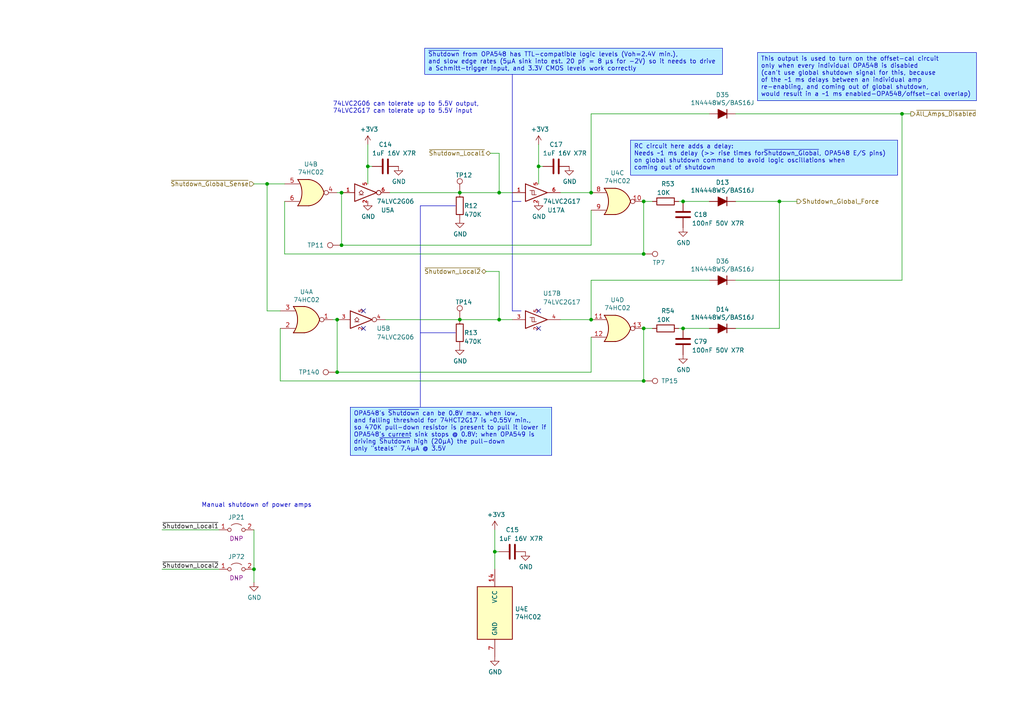
<source format=kicad_sch>
(kicad_sch (version 20231120) (generator "eeschema") (generator_version "8.0")
  (paper "A4")
  (title_block (date "2023-05-04") (rev "D4"))
  (lib_symbols
    (symbol "74xx:74HC02" (pin_names (offset 1.016))
      (property "Reference" "U" (at 0 1.27 0))
      (property "Value" "74HC02" (at 0 -1.27 0))
      (symbol "74HC02_1_1"
        (arc (start -3.81 -3.81) (mid -2.589 0) (end -3.81 3.81) (stroke (width 0.254)))
        (arc (start -0.6096 -3.81) (mid 2.1842 -2.5851) (end 3.81 0) (stroke (width 0.254)) (fill (type background)))
        (polyline (pts (xy -3.81 -3.81) (xy -0.635 -3.81)) (stroke (width 0.254)) (fill (type background)))
        (polyline (pts (xy -3.81 3.81) (xy -0.635 3.81)) (stroke (width 0.254)) (fill (type background)))
        (polyline (pts (xy -0.635 3.81) (xy -3.81 3.81) (xy -3.81 3.81) (xy -3.556 3.4036) (xy -3.0226 2.2606) (xy -2.6924 1.0414) (xy -2.6162 -0.254) (xy -2.7686 -1.4986) (xy -3.175 -2.7178) (xy -3.81 -3.81) (xy -3.81 -3.81) (xy -0.635 -3.81)) (stroke (width -25.4)) (fill (type background)))
        (arc (start 3.81 0) (mid 2.1915 2.5936) (end -0.6096 3.81) (stroke (width 0.254)) (fill (type background)))
        (pin output inverted (at 7.62 0 180) (length 3.81) (name "~") (number "1"))
        (pin input line (at -7.62 2.54 0) (length 4.318) (name "~") (number "2"))
        (pin input line (at -7.62 -2.54 0) (length 4.318) (name "~") (number "3"))
      )
      (symbol "74HC02_1_2"
        (arc (start 0 -3.81) (mid 3.7934 0) (end 0 3.81) (stroke (width 0.254)) (fill (type background)))
        (polyline (pts (xy 0 3.81) (xy -3.81 3.81) (xy -3.81 -3.81) (xy 0 -3.81)) (stroke (width 0.254)) (fill (type background)))
        (pin output line (at 7.62 0 180) (length 3.81) (name "~") (number "1"))
        (pin input inverted (at -7.62 2.54 0) (length 3.81) (name "~") (number "2"))
        (pin input inverted (at -7.62 -2.54 0) (length 3.81) (name "~") (number "3"))
      )
      (symbol "74HC02_2_1"
        (arc (start -3.81 -3.81) (mid -2.589 0) (end -3.81 3.81) (stroke (width 0.254)))
        (arc (start -0.6096 -3.81) (mid 2.1842 -2.5851) (end 3.81 0) (stroke (width 0.254)) (fill (type background)))
        (polyline (pts (xy -3.81 -3.81) (xy -0.635 -3.81)) (stroke (width 0.254)) (fill (type background)))
        (polyline (pts (xy -3.81 3.81) (xy -0.635 3.81)) (stroke (width 0.254)) (fill (type background)))
        (polyline (pts (xy -0.635 3.81) (xy -3.81 3.81) (xy -3.81 3.81) (xy -3.556 3.4036) (xy -3.0226 2.2606) (xy -2.6924 1.0414) (xy -2.6162 -0.254) (xy -2.7686 -1.4986) (xy -3.175 -2.7178) (xy -3.81 -3.81) (xy -3.81 -3.81) (xy -0.635 -3.81)) (stroke (width -25.4)) (fill (type background)))
        (arc (start 3.81 0) (mid 2.1915 2.5936) (end -0.6096 3.81) (stroke (width 0.254)) (fill (type background)))
        (pin output inverted (at 7.62 0 180) (length 3.81) (name "~") (number "4"))
        (pin input line (at -7.62 2.54 0) (length 4.318) (name "~") (number "5"))
        (pin input line (at -7.62 -2.54 0) (length 4.318) (name "~") (number "6"))
      )
      (symbol "74HC02_2_2"
        (arc (start 0 -3.81) (mid 3.7934 0) (end 0 3.81) (stroke (width 0.254)) (fill (type background)))
        (polyline (pts (xy 0 3.81) (xy -3.81 3.81) (xy -3.81 -3.81) (xy 0 -3.81)) (stroke (width 0.254)) (fill (type background)))
        (pin output line (at 7.62 0 180) (length 3.81) (name "~") (number "4"))
        (pin input inverted (at -7.62 2.54 0) (length 3.81) (name "~") (number "5"))
        (pin input inverted (at -7.62 -2.54 0) (length 3.81) (name "~") (number "6"))
      )
      (symbol "74HC02_3_1"
        (arc (start -3.81 -3.81) (mid -2.589 0) (end -3.81 3.81) (stroke (width 0.254)))
        (arc (start -0.6096 -3.81) (mid 2.1842 -2.5851) (end 3.81 0) (stroke (width 0.254)) (fill (type background)))
        (polyline (pts (xy -3.81 -3.81) (xy -0.635 -3.81)) (stroke (width 0.254)) (fill (type background)))
        (polyline (pts (xy -3.81 3.81) (xy -0.635 3.81)) (stroke (width 0.254)) (fill (type background)))
        (polyline (pts (xy -0.635 3.81) (xy -3.81 3.81) (xy -3.81 3.81) (xy -3.556 3.4036) (xy -3.0226 2.2606) (xy -2.6924 1.0414) (xy -2.6162 -0.254) (xy -2.7686 -1.4986) (xy -3.175 -2.7178) (xy -3.81 -3.81) (xy -3.81 -3.81) (xy -0.635 -3.81)) (stroke (width -25.4)) (fill (type background)))
        (arc (start 3.81 0) (mid 2.1915 2.5936) (end -0.6096 3.81) (stroke (width 0.254)) (fill (type background)))
        (pin output inverted (at 7.62 0 180) (length 3.81) (name "~") (number "10"))
        (pin input line (at -7.62 2.54 0) (length 4.318) (name "~") (number "8"))
        (pin input line (at -7.62 -2.54 0) (length 4.318) (name "~") (number "9"))
      )
      (symbol "74HC02_3_2"
        (arc (start 0 -3.81) (mid 3.7934 0) (end 0 3.81) (stroke (width 0.254)) (fill (type background)))
        (polyline (pts (xy 0 3.81) (xy -3.81 3.81) (xy -3.81 -3.81) (xy 0 -3.81)) (stroke (width 0.254)) (fill (type background)))
        (pin output line (at 7.62 0 180) (length 3.81) (name "~") (number "10"))
        (pin input inverted (at -7.62 2.54 0) (length 3.81) (name "~") (number "8"))
        (pin input inverted (at -7.62 -2.54 0) (length 3.81) (name "~") (number "9"))
      )
      (symbol "74HC02_4_1"
        (arc (start -3.81 -3.81) (mid -2.589 0) (end -3.81 3.81) (stroke (width 0.254)))
        (arc (start -0.6096 -3.81) (mid 2.1842 -2.5851) (end 3.81 0) (stroke (width 0.254)) (fill (type background)))
        (polyline (pts (xy -3.81 -3.81) (xy -0.635 -3.81)) (stroke (width 0.254)) (fill (type background)))
        (polyline (pts (xy -3.81 3.81) (xy -0.635 3.81)) (stroke (width 0.254)) (fill (type background)))
        (polyline (pts (xy -0.635 3.81) (xy -3.81 3.81) (xy -3.81 3.81) (xy -3.556 3.4036) (xy -3.0226 2.2606) (xy -2.6924 1.0414) (xy -2.6162 -0.254) (xy -2.7686 -1.4986) (xy -3.175 -2.7178) (xy -3.81 -3.81) (xy -3.81 -3.81) (xy -0.635 -3.81)) (stroke (width -25.4)) (fill (type background)))
        (arc (start 3.81 0) (mid 2.1915 2.5936) (end -0.6096 3.81) (stroke (width 0.254)) (fill (type background)))
        (pin input line (at -7.62 2.54 0) (length 4.318) (name "~") (number "11"))
        (pin input line (at -7.62 -2.54 0) (length 4.318) (name "~") (number "12"))
        (pin output inverted (at 7.62 0 180) (length 3.81) (name "~") (number "13"))
      )
      (symbol "74HC02_4_2"
        (arc (start 0 -3.81) (mid 3.7934 0) (end 0 3.81) (stroke (width 0.254)) (fill (type background)))
        (polyline (pts (xy 0 3.81) (xy -3.81 3.81) (xy -3.81 -3.81) (xy 0 -3.81)) (stroke (width 0.254)) (fill (type background)))
        (pin input inverted (at -7.62 2.54 0) (length 3.81) (name "~") (number "11"))
        (pin input inverted (at -7.62 -2.54 0) (length 3.81) (name "~") (number "12"))
        (pin output line (at 7.62 0 180) (length 3.81) (name "~") (number "13"))
      )
      (symbol "74HC02_5_0"
        (pin power_in line (at 0 12.7 270) (length 5.08) (name "VCC") (number "14"))
        (pin power_in line (at 0 -12.7 90) (length 5.08) (name "GND") (number "7"))
      )
      (symbol "74HC02_5_1"
        (rectangle (start -5.08 7.62) (end 5.08 -7.62) (stroke (width 0.254)) (fill (type background)))
      )
    )
    (symbol "Connector:TestPoint" (pin_numbers hide) (pin_names (offset 0.762) hide)
      (property "Reference" "TP" (at 0 6.858 0))
      (property "Value" "TestPoint" (at 0 5.08 0))
      (symbol "TestPoint_0_1"
        (circle (center 0 3.302) (radius 0.762))
      )
      (symbol "TestPoint_1_1"
        (pin passive line (at 0 0 90) (length 2.54) (name "1") (number "1"))
      )
    )
    (symbol "Device:C" (pin_numbers hide) (pin_names (offset 0.254))
      (property "Reference" "C" (at 0.635 2.54 0))
      (property "Value" "C" (at 0.635 -2.54 0))
      (symbol "C_0_1"
        (polyline (pts (xy -2.032 -0.762) (xy 2.032 -0.762)) (stroke (width 0.508)))
        (polyline (pts (xy -2.032 0.762) (xy 2.032 0.762)) (stroke (width 0.508)))
      )
      (symbol "C_1_1"
        (pin passive line (at 0 3.81 270) (length 2.794) (name "~") (number "1"))
        (pin passive line (at 0 -3.81 90) (length 2.794) (name "~") (number "2"))
      )
    )
    (symbol "Device:R" (pin_numbers hide) (pin_names (offset 0))
      (property "Reference" "R" (at 2.032 0 90))
      (property "Value" "R" (at 0 0 90))
      (symbol "R_0_1"
        (rectangle (start -1.016 -2.54) (end 1.016 2.54) (stroke (width 0.254)))
      )
      (symbol "R_1_1"
        (pin passive line (at 0 3.81 270) (length 1.27) (name "~") (number "1"))
        (pin passive line (at 0 -3.81 90) (length 1.27) (name "~") (number "2"))
      )
    )
    (symbol "Jumper:Jumper_2_Open" (pin_names (offset 0) hide)
      (property "Reference" "JP" (at 0 2.794 0))
      (property "Value" "Jumper_2_Open" (at 0 -2.286 0))
      (symbol "Jumper_2_Open_0_0"
        (circle (center -2.032 0) (radius 0.508))
        (circle (center 2.032 0) (radius 0.508))
      )
      (symbol "Jumper_2_Open_0_1"
        (arc (start 1.524 1.27) (mid 0 1.778) (end -1.524 1.27))
      )
      (symbol "Jumper_2_Open_1_1"
        (pin passive line (at -5.08 0 0) (length 2.54) (name "A") (number "1"))
        (pin passive line (at 5.08 0 180) (length 2.54) (name "B") (number "2"))
      )
    )
    (symbol "amp-ctrl-rescue:+3.3V-power" (power) (pin_names (offset 0))
      (property "Value" "+3.3V-power" (at 0 3.556 0))
      (symbol "+3.3V-power_0_1"
        (polyline (pts (xy -0.762 1.27) (xy 0 2.54)))
        (polyline (pts (xy 0 0) (xy 0 2.54)))
        (polyline (pts (xy 0 2.54) (xy 0.762 1.27)))
      )
      (symbol "+3.3V-power_1_1"
        (pin power_in line (at 0 0 90) (length 0) hide (name "+3V3") (number "1"))
      )
    )
    (symbol "amp-ctrl-rescue:74LVC2G06-Martinos" (pin_names (offset 1.016) hide)
      (property "Reference" "U" (at -2.54 3.81 0))
      (property "Value" "74LVC2G06-Martinos" (at 0 -3.81 0))
      (symbol "74LVC2G06-Martinos_0_1"
        (polyline (pts (xy -2.54 -0.635) (xy -1.27 -0.635)))
        (polyline (pts (xy -3.81 2.54) (xy -3.81 -2.54) (xy 2.54 0) (xy -3.81 2.54)) (stroke (width 0.254)))
        (polyline (pts (xy -1.905 0.635) (xy -2.54 0) (xy -1.905 -0.635) (xy -1.27 0) (xy -1.905 0.635)))
        (pin power_in line (at 0 -2.54 270) (length 0) (name "GND") (number "2"))
        (pin power_in line (at 0 2.54 90) (length 0) (name "VCC") (number "5"))
      )
      (symbol "74LVC2G06-Martinos_1_1"
        (pin input line (at -7.62 0 0) (length 3.81) (name "~") (number "1"))
        (pin open_collector inverted (at 6.35 0 180) (length 3.81) (name "~") (number "6"))
      )
      (symbol "74LVC2G06-Martinos_2_1"
        (pin input line (at -7.62 0 0) (length 3.81) (name "~") (number "3"))
        (pin open_collector inverted (at 6.35 0 180) (length 3.81) (name "~") (number "4"))
      )
    )
    (symbol "amp-ctrl-rescue:74LVC2G17-Martinos" (pin_names (offset 1.016) hide)
      (property "Reference" "U" (at -2.54 3.81 0))
      (property "Value" "74LVC2G17-Martinos" (at 0 -3.81 0))
      (symbol "74LVC2G17-Martinos_0_1"
        (polyline (pts (xy -1.905 0.635) (xy -1.27 0.635) (xy -1.27 -0.635)))
        (polyline (pts (xy -3.81 2.54) (xy -3.81 -2.54) (xy 2.54 0) (xy -3.81 2.54)) (stroke (width 0.254)))
        (polyline (pts (xy -2.54 0.635) (xy -1.905 0.635) (xy -1.905 -0.635) (xy -0.635 -0.635)))
        (pin power_in line (at 0 -2.54 270) (length 0) (name "GND") (number "2"))
        (pin power_in line (at 0 2.54 90) (length 0) (name "VCC") (number "5"))
      )
      (symbol "74LVC2G17-Martinos_1_1"
        (pin input line (at -7.62 0 0) (length 3.81) (name "~") (number "1"))
        (pin output line (at 6.35 0 180) (length 3.81) (name "~") (number "6"))
      )
      (symbol "74LVC2G17-Martinos_2_1"
        (pin input line (at -7.62 0 0) (length 3.81) (name "~") (number "3"))
        (pin output line (at 6.35 0 180) (length 3.81) (name "~") (number "4"))
      )
    )
    (symbol "amp-ctrl-rescue:D_ALT-Device" (pin_numbers hide) (pin_names (offset 1.016) hide)
      (property "Reference" "D" (at 0 2.54 0))
      (property "Value" "D_ALT-Device" (at 0 -2.54 0))
      (symbol "D_ALT-Device_0_1"
        (polyline (pts (xy -1.27 1.27) (xy -1.27 -1.27)) (stroke (width 0.254)))
        (polyline (pts (xy 1.27 0) (xy -1.27 0)))
        (polyline (pts (xy 1.27 1.27) (xy 1.27 -1.27) (xy -1.27 0) (xy 1.27 1.27)) (stroke (width 0.254)) (fill (type outline)))
      )
      (symbol "D_ALT-Device_1_1"
        (pin passive line (at -3.81 0 0) (length 2.54) (name "K") (number "1"))
        (pin passive line (at 3.81 0 180) (length 2.54) (name "A") (number "2"))
      )
    )
    (symbol "power:GND" (power) (pin_names (offset 0))
      (property "Value" "GND" (at 0 -3.81 0))
      (symbol "GND_0_1"
        (polyline (pts (xy 0 0) (xy 0 -1.27) (xy 1.27 -1.27) (xy 0 -2.54) (xy -1.27 -1.27) (xy 0 -1.27)))
      )
      (symbol "GND_1_1"
        (pin power_in line (at 0 0 270) (length 0) hide (name "GND") (number "1"))
      )
    )
  )
  (junction (at 186.69 95.25))
  (junction (at 186.69 110.49))
  (junction (at 198.12 58.42))
  (junction (at 226.06 58.42))
  (junction (at 171.45 92.71))
  (junction (at 99.06 55.88))
  (junction (at 156.21 48.26))
  (junction (at 77.47 53.34))
  (junction (at 99.06 71.12))
  (junction (at 186.69 73.66))
  (junction (at 106.68 48.26))
  (junction (at 143.51 160.02))
  (junction (at 144.78 55.88))
  (junction (at 73.66 165.1))
  (junction (at 133.35 92.71))
  (junction (at 133.35 55.88))
  (junction (at 97.79 92.71))
  (junction (at 171.45 55.88))
  (junction (at 198.12 95.25))
  (junction (at 261.62 33.02))
  (junction (at 186.69 58.42))
  (junction (at 144.78 92.71))
  (junction (at 97.79 107.95))
  (no_connect (at 156.21 95.25))
  (no_connect (at 156.21 90.17))
  (no_connect (at 105.41 90.17))
  (no_connect (at 105.41 95.25))
  (wire (pts (xy 226.06 58.42) (xy 213.36 58.42)))
  (wire (pts (xy 144.78 78.74) (xy 144.78 92.71)))
  (wire (pts (xy 261.62 33.02) (xy 213.36 33.02)))
  (polyline (pts (xy 121.92 96.52) (xy 132.08 96.52)))
  (wire (pts (xy 97.79 92.71) (xy 97.79 107.95)))
  (wire (pts (xy 96.52 92.71) (xy 97.79 92.71)))
  (wire (pts (xy 143.51 160.02) (xy 143.51 165.1)))
  (wire (pts (xy 226.06 95.25) (xy 226.06 58.42)))
  (wire (pts (xy 73.66 165.1) (xy 73.66 153.67)))
  (wire (pts (xy 73.66 168.91) (xy 73.66 165.1)))
  (wire (pts (xy 205.74 58.42) (xy 198.12 58.42)))
  (wire (pts (xy 99.06 71.12) (xy 171.45 71.12)))
  (wire (pts (xy 226.06 58.42) (xy 231.14 58.42)))
  (wire (pts (xy 144.78 44.45) (xy 144.78 55.88)))
  (wire (pts (xy 99.06 55.88) (xy 99.06 71.12)))
  (wire (pts (xy 73.66 53.34) (xy 77.47 53.34)))
  (wire (pts (xy 157.48 48.26) (xy 156.21 48.26)))
  (polyline (pts (xy 121.92 59.69) (xy 132.08 59.69)))
  (wire (pts (xy 106.68 48.26) (xy 106.68 53.34)))
  (wire (pts (xy 77.47 90.17) (xy 77.47 53.34)))
  (wire (pts (xy 171.45 92.71) (xy 162.56 92.71)))
  (wire (pts (xy 133.35 55.88) (xy 113.03 55.88)))
  (wire (pts (xy 213.36 95.25) (xy 226.06 95.25)))
  (wire (pts (xy 171.45 81.28) (xy 171.45 92.71)))
  (wire (pts (xy 143.51 153.67) (xy 143.51 160.02)))
  (wire (pts (xy 171.45 107.95) (xy 171.45 97.79)))
  (wire (pts (xy 186.69 73.66) (xy 82.55 73.66)))
  (wire (pts (xy 63.5 153.67) (xy 46.99 153.67)))
  (wire (pts (xy 144.78 92.71) (xy 148.59 92.71)))
  (wire (pts (xy 142.24 44.45) (xy 144.78 44.45)))
  (wire (pts (xy 77.47 53.34) (xy 82.55 53.34)))
  (wire (pts (xy 186.69 58.42) (xy 189.23 58.42)))
  (wire (pts (xy 205.74 81.28) (xy 171.45 81.28)))
  (wire (pts (xy 213.36 81.28) (xy 261.62 81.28)))
  (wire (pts (xy 196.85 58.42) (xy 198.12 58.42)))
  (wire (pts (xy 63.5 165.1) (xy 46.99 165.1)))
  (wire (pts (xy 107.95 48.26) (xy 106.68 48.26)))
  (wire (pts (xy 196.85 95.25) (xy 198.12 95.25)))
  (wire (pts (xy 171.45 71.12) (xy 171.45 60.96)))
  (wire (pts (xy 81.28 110.49) (xy 81.28 95.25)))
  (wire (pts (xy 144.78 160.02) (xy 143.51 160.02)))
  (wire (pts (xy 97.79 55.88) (xy 99.06 55.88)))
  (wire (pts (xy 171.45 33.02) (xy 171.45 55.88)))
  (polyline (pts (xy 148.59 90.17) (xy 151.13 90.17)))
  (wire (pts (xy 156.21 48.26) (xy 156.21 53.34)))
  (wire (pts (xy 186.69 110.49) (xy 81.28 110.49)))
  (wire (pts (xy 148.59 55.88) (xy 144.78 55.88)))
  (wire (pts (xy 111.76 92.71) (xy 133.35 92.71)))
  (wire (pts (xy 205.74 95.25) (xy 198.12 95.25)))
  (polyline (pts (xy 121.92 59.69) (xy 121.92 118.11)))
  (wire (pts (xy 82.55 73.66) (xy 82.55 58.42)))
  (wire (pts (xy 156.21 41.91) (xy 156.21 48.26)))
  (wire (pts (xy 186.69 95.25) (xy 186.69 110.49)))
  (wire (pts (xy 81.28 90.17) (xy 77.47 90.17)))
  (wire (pts (xy 264.16 33.02) (xy 261.62 33.02)))
  (wire (pts (xy 140.97 78.74) (xy 144.78 78.74)))
  (wire (pts (xy 106.68 41.91) (xy 106.68 48.26)))
  (wire (pts (xy 205.74 33.02) (xy 171.45 33.02)))
  (wire (pts (xy 144.78 55.88) (xy 133.35 55.88)))
  (polyline (pts (xy 148.59 58.42) (xy 151.13 58.42)))
  (wire (pts (xy 186.69 58.42) (xy 186.69 73.66)))
  (wire (pts (xy 189.23 95.25) (xy 186.69 95.25)))
  (wire (pts (xy 162.56 55.88) (xy 171.45 55.88)))
  (wire (pts (xy 97.79 107.95) (xy 171.45 107.95)))
  (wire (pts (xy 133.35 92.71) (xy 144.78 92.71)))
  (polyline (pts (xy 148.59 21.59) (xy 148.59 90.17)))
  (wire (pts (xy 261.62 81.28) (xy 261.62 33.02)))
  (text_box "OPA548's ~{Shutdown} can be 0.8V max. when low,\nand falling threshold for 74HCT2G17 is ~0.55V min.,\nso 470K pull-down resistor is present to pull it lower if\nOPA548's current sink stops @ 0.8V; when OPA549 is\ndriving ~{Shutdown} high (20µA) the pull-down\nonly \"steals\" 7.4µA @ 3.5V" (at 101.6 118.11 0) (size 58.42 13.97) (fill (type color) (color 187 238 255 1)) (effects (font (size 1.27 1.27)) (justify left top)))
  (text_box "RC circuit here adds a delay:\nNeeds ~1 ms delay (>> rise times for~{Shutdown_Global}, OPA548 E/S pins)\non global shutdown command to avoid logic oscillations when\ncoming out of shutdown" (at 182.88 40.64 0) (size 77.47 10.16) (fill (type color) (color 187 238 255 1)) (effects (font (size 1.27 1.27)) (justify left top)))
  (text_box "~{Shutdown} from OPA548 has TTL-compatible logic levels (Voh=2.4V min.),\nand slow edge rates (5µA sink into est. 20 pF = 8 µs for -2V) so it needs to drive\na Schmitt-trigger input, and 3.3V CMOS levels work correctly" (at 123.19 13.97 0) (size 86.36 7.62) (fill (type color) (color 187 238 255 1)) (effects (font (size 1.27 1.27)) (justify left top)))
  (text_box "This output is used to turn on the offset-cal circuit\nonly when every individual OPA548 is disabled\n(can't use global shutdown signal for this, because\nof the ~1 ms delays between an individual amp\nre-enabling, and coming out of global shutdown,\nwould result in a ~1 ms enabled-OPA548/offset-cal overlap)" (at 219.71 15.24 0) (size 63.5 13.97) (fill (type color) (color 187 238 255 1)) (effects (font (size 1.27 1.27)) (justify left top)))
  (text "74LVC2G06 can tolerate up to 5.5V output,\n74LVC2G17 can tolerate up to 5.5V input" (at 96.52 33.02 0) (effects (font (size 1.27 1.27)) (justify left bottom)))
  (text "Manual shutdown of power amps" (at 58.42 147.32 0) (effects (font (size 1.27 1.27)) (justify left bottom)))
  (label "~{Shutdown_Local2}" (at 46.99 165.1 0))
  (label "~{Shutdown_Local1}" (at 46.99 153.67 0))
  (hierarchical_label "~{Shutdown_Local2}" (shape bidirectional) (at 140.97 78.74 180))
  (hierarchical_label "~{All_Amps_Disabled}" (shape output) (at 264.16 33.02 0))
  (hierarchical_label "~{Shutdown_Local1}" (shape bidirectional) (at 142.24 44.45 180))
  (hierarchical_label "Shutdown_Global_Force" (shape output) (at 231.14 58.42 0))
  (hierarchical_label "~{Shutdown_Global_Sense}" (shape input) (at 73.66 53.34 180))
  (symbol (lib_id "power:GND") (at 152.4 160.02 0) (unit 1)
    (property "Reference" "#PWR09" (effects (hide yes)))
    (property "Value" "GND" (at 152.527 164.4142 0))
    (instances (project "amp ctrl" (path "" (reference "#PWR09") (unit 1)) (path "" (reference "#PWR023") (unit 1)) (path "" (reference "#PWR037") (unit 1)) (path "" (reference "#PWR051") (unit 1)) (path "" (reference "#PWR065") (unit 1)) (path "" (reference "#PWR079") (unit 1)) (path "" (reference "#PWR093") (unit 1)) (path "" (reference "#PWR0149") (unit 1))))
  )
  (symbol (lib_id "power:GND") (at 115.57 48.26 0) (unit 1)
    (property "Reference" "#PWR04" (effects (hide yes)))
    (property "Value" "GND" (at 115.697 52.6542 0))
    (instances (project "amp ctrl" (path "" (reference "#PWR04") (unit 1)) (path "" (reference "#PWR018") (unit 1)) (path "" (reference "#PWR032") (unit 1)) (path "" (reference "#PWR046") (unit 1)) (path "" (reference "#PWR060") (unit 1)) (path "" (reference "#PWR074") (unit 1)) (path "" (reference "#PWR088") (unit 1)) (path "" (reference "#PWR0134") (unit 1))))
  )
  (symbol (lib_id "power:GND") (at 106.68 58.42 0) (unit 1)
    (property "Reference" "#PWR03" (effects (hide yes)))
    (property "Value" "GND" (at 106.807 62.8142 0))
    (instances (project "amp ctrl" (path "" (reference "#PWR03") (unit 1)) (path "" (reference "#PWR017") (unit 1)) (path "" (reference "#PWR031") (unit 1)) (path "" (reference "#PWR045") (unit 1)) (path "" (reference "#PWR059") (unit 1)) (path "" (reference "#PWR073") (unit 1)) (path "" (reference "#PWR087") (unit 1)) (path "" (reference "#PWR0127") (unit 1))))
  )
  (symbol (lib_id "Connector:TestPoint") (at 133.35 55.88 0) (unit 1)
    (property "Reference" "TP12" (at 132.08 50.8 0) (effects (justify left)))
    (property "Value" "TestPoint" (effects (hide yes)))
    (property "Footprint" "TestPoint:TestPoint_Pad_D1.5mm" (effects (hide yes)))
    (instances (project "amp ctrl" (path "" (reference "TP12") (unit 1)) (path "" (reference "TP36") (unit 1)) (path "" (reference "TP64") (unit 1)) (path "" (reference "TP78") (unit 1)) (path "" (reference "TP92") (unit 1)) (path "" (reference "TP106") (unit 1)) (path "" (reference "TP120") (unit 1)) (path "" (reference "TP134") (unit 1))))
  )
  (symbol (lib_id "Connector:TestPoint") (at 186.69 73.66 270) (unit 1)
    (property "Reference" "TP7" (at 189.23 76.2 90) (effects (justify left)))
    (property "Value" "TestPoint" (effects (hide yes)))
    (property "Footprint" "TestPoint:TestPoint_Pad_D1.5mm" (effects (hide yes)))
    (instances (project "amp ctrl" (path "" (reference "TP7") (unit 1)) (path "" (reference "TP34") (unit 1)) (path "" (reference "TP39") (unit 1)) (path "" (reference "TP70") (unit 1)) (path "" (reference "TP84") (unit 1)) (path "" (reference "TP98") (unit 1)) (path "" (reference "TP112") (unit 1)) (path "" (reference "TP126") (unit 1))))
  )
  (symbol (lib_id "Connector:TestPoint") (at 99.06 71.12 90) (unit 1)
    (property "Reference" "TP11" (at 93.98 71.12 90) (effects (justify left)))
    (property "Value" "TestPoint" (effects (hide yes)))
    (property "Footprint" "TestPoint:TestPoint_Pad_D1.5mm" (effects (hide yes)))
    (instances (project "amp ctrl" (path "" (reference "TP11") (unit 1)) (path "" (reference "TP35") (unit 1)) (path "" (reference "TP40") (unit 1)) (path "" (reference "TP71") (unit 1)) (path "" (reference "TP85") (unit 1)) (path "" (reference "TP99") (unit 1)) (path "" (reference "TP113") (unit 1)) (path "" (reference "TP127") (unit 1))))
  )
  (symbol (lib_id "Connector:TestPoint") (at 186.69 110.49 270) (unit 1)
    (property "Reference" "TP15" (at 191.77 110.49 90) (effects (justify left)))
    (property "Value" "TestPoint" (effects (hide yes)))
    (property "Footprint" "TestPoint:TestPoint_Pad_D1.5mm" (effects (hide yes)))
    (instances (project "amp ctrl" (path "" (reference "TP15") (unit 1)) (path "" (reference "TP38") (unit 1)) (path "" (reference "TP69") (unit 1)) (path "" (reference "TP83") (unit 1)) (path "" (reference "TP97") (unit 1)) (path "" (reference "TP111") (unit 1)) (path "" (reference "TP125") (unit 1)) (path "" (reference "TP139") (unit 1))))
  )
  (symbol (lib_id "Device:R") (at 133.35 96.52 180) (unit 1)
    (property "Reference" "R13" (at 134.62 96.52 0) (effects (justify right)))
    (property "Value" "470K" (at 134.62 99.06 0) (effects (justify right)))
    (property "Footprint" "Resistor_SMD:R_0805_2012Metric" (effects (hide yes)))
    (property "Type" "SMT" (effects (hide yes)))
    (property "Manufacturer" "KOA Speer" (effects (hide yes)))
    (property "Part Number" "RK73H2ATTD4703F" (effects (hide yes)))
    (instances (project "amp ctrl" (path "" (reference "R13") (unit 1)) (path "" (reference "R57") (unit 1)) (path "" (reference "R75") (unit 1)) (path "" (reference "R103") (unit 1)) (path "" (reference "R131") (unit 1)) (path "" (reference "R159") (unit 1)) (path "" (reference "R262") (unit 1)) (path "" (reference "R266") (unit 1))))
  )
  (symbol (lib_id "Device:C") (at 148.59 160.02 270) (mirror x) (unit 1)
    (property "Reference" "C15" (at 148.59 153.67 90))
    (property "Value" "1uF 16V X7R" (at 151.13 156.21 90))
    (property "Footprint" "Capacitor_SMD:C_0603_1608Metric" (effects (hide yes)))
    (property "Manufacturer" "Kemet" (effects (hide yes)))
    (property "Part Number" "C0603C105K4RACTU" (effects (hide yes)))
    (property "Type" "SMT" (effects (hide yes)))
    (instances (project "amp ctrl" (path "" (reference "C15") (unit 1)) (path "" (reference "C82") (unit 1)) (path "" (reference "C100") (unit 1)) (path "" (reference "C130") (unit 1)) (path "" (reference "C148") (unit 1)) (path "" (reference "C167") (unit 1)) (path "" (reference "C185") (unit 1)) (path "" (reference "C249") (unit 1))))
  )
  (symbol (lib_id "Device:C") (at 111.76 48.26 270) (mirror x) (unit 1)
    (property "Reference" "C14" (at 111.76 41.91 90))
    (property "Value" "1uF 16V X7R" (at 114.3 44.45 90))
    (property "Footprint" "Capacitor_SMD:C_0603_1608Metric" (effects (hide yes)))
    (property "Manufacturer" "Kemet" (effects (hide yes)))
    (property "Part Number" "C0603C105K4RACTU" (effects (hide yes)))
    (property "Type" "SMT" (effects (hide yes)))
    (instances (project "amp ctrl" (path "" (reference "C14") (unit 1)) (path "" (reference "C80") (unit 1)) (path "" (reference "C99") (unit 1)) (path "" (reference "C117") (unit 1)) (path "" (reference "C147") (unit 1)) (path "" (reference "C165") (unit 1)) (path "" (reference "C184") (unit 1)) (path "" (reference "C248") (unit 1))))
  )
  (symbol (lib_id "power:GND") (at 133.35 100.33 0) (unit 1)
    (property "Reference" "#PWR06" (effects (hide yes)))
    (property "Value" "GND" (at 133.477 104.7242 0))
    (instances (project "amp ctrl" (path "" (reference "#PWR06") (unit 1)) (path "" (reference "#PWR020") (unit 1)) (path "" (reference "#PWR034") (unit 1)) (path "" (reference "#PWR048") (unit 1)) (path "" (reference "#PWR062") (unit 1)) (path "" (reference "#PWR076") (unit 1)) (path "" (reference "#PWR090") (unit 1)) (path "" (reference "#PWR0146") (unit 1))))
  )
  (symbol (lib_id "amp-ctrl-rescue:74LVC2G06-Martinos") (at 105.41 92.71 0) (unit 2)
    (property "Reference" "U5" (at 109.22 95.25 0) (effects (justify left)))
    (property "Value" "74LVC2G06" (at 109.22 97.79 0) (effects (justify left)))
    (property "Footprint" "Martinos_std:SOT-23-6" (effects (hide yes)))
    (property "Manufacturer" "Nexperia" (effects (hide yes)))
    (property "Part Number" "74LVC2G06GV,125" (effects (hide yes)))
    (property "Type" "SMT" (effects (hide yes)))
    (property "Manufacturer Alt." "Texas Instruments, Diodes Inc." (effects (hide yes)))
    (property "Part Number Alt." "SN74LVC2G06DBVR / SN74LVC2G06DBVT, 74LVC2G06W6-7" (effects (hide yes)))
    (instances (project "amp ctrl" (path "" (reference "U5") (unit 2)) (path "" (reference "U16") (unit 2)) (path "" (reference "U41") (unit 2)) (path "" (reference "U36") (unit 2)) (path "" (reference "U74") (unit 2)) (path "" (reference "U27") (unit 2)) (path "" (reference "U82") (unit 2)) (path "" (reference "U32") (unit 2))))
  )
  (symbol (lib_id "amp-ctrl-rescue:74LVC2G17-Martinos") (at 156.21 92.71 0) (unit 2)
    (property "Reference" "U17" (at 157.48 85.09 0) (effects (justify left)))
    (property "Value" "74LVC2G17" (at 157.48 87.63 0) (effects (justify left)))
    (property "Footprint" "Martinos_std:SOT-23-6" (effects (hide yes)))
    (property "Manufacturer" "Nexperia" (effects (hide yes)))
    (property "Part Number" "74LVC2G17GV,125" (effects (hide yes)))
    (property "Type" "SMT" (effects (hide yes)))
    (property "Manufacturer Alt." "Texas Instruments, Diodes Inc." (effects (hide yes)))
    (property "Part Number Alt." "SN74LVC2G17DBVR / SN74LVC2G17DBVT, 74LVC2G17W6-7" (effects (hide yes)))
    (instances (project "amp ctrl" (path "" (reference "U17") (unit 2)) (path "" (reference "U26") (unit 2)) (path "" (reference "U37") (unit 2)) (path "" (reference "U46") (unit 2)) (path "" (reference "U75") (unit 2)) (path "" (reference "U78") (unit 2)) (path "" (reference "U83") (unit 2)) (path "" (reference "U86") (unit 2))))
  )
  (symbol (lib_id "power:GND") (at 165.1 48.26 0) (unit 1)
    (property "Reference" "#PWR012" (effects (hide yes)))
    (property "Value" "GND" (at 165.227 52.6542 0))
    (instances (project "amp ctrl" (path "" (reference "#PWR012") (unit 1)) (path "" (reference "#PWR026") (unit 1)) (path "" (reference "#PWR040") (unit 1)) (path "" (reference "#PWR054") (unit 1)) (path "" (reference "#PWR068") (unit 1)) (path "" (reference "#PWR082") (unit 1)) (path "" (reference "#PWR096") (unit 1)) (path "" (reference "#PWR0152") (unit 1))))
  )
  (symbol (lib_id "amp-ctrl-rescue:+3.3V-power") (at 143.51 153.67 0) (unit 1)
    (property "Reference" "#PWR07" (effects (hide yes)))
    (property "Value" "+3V3" (at 143.891 149.2758 0))
    (instances (project "amp ctrl" (path "" (reference "#PWR07") (unit 1)) (path "" (reference "#PWR021") (unit 1)) (path "" (reference "#PWR035") (unit 1)) (path "" (reference "#PWR049") (unit 1)) (path "" (reference "#PWR063") (unit 1)) (path "" (reference "#PWR077") (unit 1)) (path "" (reference "#PWR091") (unit 1)) (path "" (reference "#PWR0147") (unit 1))))
  )
  (symbol (lib_id "amp-ctrl-rescue:+3.3V-power") (at 106.68 41.91 0) (unit 1)
    (property "Reference" "#PWR02" (effects (hide yes)))
    (property "Value" "+3V3" (at 107.061 37.5158 0))
    (instances (project "amp ctrl" (path "" (reference "#PWR02") (unit 1)) (path "" (reference "#PWR016") (unit 1)) (path "" (reference "#PWR030") (unit 1)) (path "" (reference "#PWR044") (unit 1)) (path "" (reference "#PWR058") (unit 1)) (path "" (reference "#PWR072") (unit 1)) (path "" (reference "#PWR086") (unit 1)) (path "" (reference "#PWR0100") (unit 1))))
  )
  (symbol (lib_id "amp-ctrl-rescue:74LVC2G17-Martinos") (at 156.21 55.88 0) (unit 1)
    (property "Reference" "U17" (at 158.75 60.96 0) (effects (justify left)))
    (property "Value" "74LVC2G17" (at 157.48 58.42 0) (effects (justify left)))
    (property "Footprint" "Martinos_std:SOT-23-6" (effects (hide yes)))
    (property "Manufacturer" "Nexperia" (effects (hide yes)))
    (property "Part Number" "74LVC2G17GV,125" (effects (hide yes)))
    (property "Type" "SMT" (effects (hide yes)))
    (property "Manufacturer Alt." "Texas Instruments, Diodes Inc." (effects (hide yes)))
    (property "Part Number Alt." "SN74LVC2G17DBVR / SN74LVC2G17DBVT, 74LVC2G17W6-7" (effects (hide yes)))
    (instances (project "amp ctrl" (path "" (reference "U17") (unit 1)) (path "" (reference "U26") (unit 1)) (path "" (reference "U37") (unit 1)) (path "" (reference "U46") (unit 1)) (path "" (reference "U75") (unit 1)) (path "" (reference "U78") (unit 1)) (path "" (reference "U83") (unit 1)) (path "" (reference "U86") (unit 1))))
  )
  (symbol (lib_id "Device:C") (at 161.29 48.26 270) (mirror x) (unit 1)
    (property "Reference" "C17" (at 161.29 41.91 90))
    (property "Value" "1uF 16V X7R" (at 163.83 44.45 90))
    (property "Footprint" "Capacitor_SMD:C_0603_1608Metric" (effects (hide yes)))
    (property "Manufacturer" "Kemet" (effects (hide yes)))
    (property "Part Number" "C0603C105K4RACTU" (effects (hide yes)))
    (property "Type" "SMT" (effects (hide yes)))
    (instances (project "amp ctrl" (path "" (reference "C17") (unit 1)) (path "" (reference "C83") (unit 1)) (path "" (reference "C113") (unit 1)) (path "" (reference "C131") (unit 1)) (path "" (reference "C150") (unit 1)) (path "" (reference "C168") (unit 1)) (path "" (reference "C245") (unit 1)) (path "" (reference "C250") (unit 1))))
  )
  (symbol (lib_id "power:GND") (at 156.21 58.42 0) (unit 1)
    (property "Reference" "#PWR011" (effects (hide yes)))
    (property "Value" "GND" (at 156.337 62.8142 0))
    (instances (project "amp ctrl" (path "" (reference "#PWR011") (unit 1)) (path "" (reference "#PWR025") (unit 1)) (path "" (reference "#PWR039") (unit 1)) (path "" (reference "#PWR053") (unit 1)) (path "" (reference "#PWR067") (unit 1)) (path "" (reference "#PWR081") (unit 1)) (path "" (reference "#PWR095") (unit 1)) (path "" (reference "#PWR0151") (unit 1))))
  )
  (symbol (lib_id "amp-ctrl-rescue:+3.3V-power") (at 156.21 41.91 0) (unit 1)
    (property "Reference" "#PWR010" (effects (hide yes)))
    (property "Value" "+3V3" (at 156.591 37.5158 0))
    (instances (project "amp ctrl" (path "" (reference "#PWR010") (unit 1)) (path "" (reference "#PWR024") (unit 1)) (path "" (reference "#PWR038") (unit 1)) (path "" (reference "#PWR052") (unit 1)) (path "" (reference "#PWR066") (unit 1)) (path "" (reference "#PWR080") (unit 1)) (path "" (reference "#PWR094") (unit 1)) (path "" (reference "#PWR0150") (unit 1))))
  )
  (symbol (lib_id "Jumper:Jumper_2_Open") (at 68.58 153.67 0) (unit 1)
    (property "Reference" "JP21" (at 68.58 150.0378 0))
    (property "Value" "~" (at 68.58 156.21 0))
    (property "Footprint" "Connector_PinHeader_2.54mm:PinHeader_1x02_P2.54mm_Vertical" (effects (hide yes)))
    (property "DNP" "DNP" (at 68.58 156.21 0))
    (property "Type" "Through-hole" (effects (hide yes)))
    (instances (project "amp ctrl" (path "" (reference "JP21") (unit 1)) (path "" (reference "JP28") (unit 1)) (path "" (reference "JP35") (unit 1)) (path "" (reference "JP42") (unit 1)) (path "" (reference "JP49") (unit 1)) (path "" (reference "JP56") (unit 1)) (path "" (reference "JP63") (unit 1)) (path "" (reference "JP70") (unit 1))))
  )
  (symbol (lib_id "Connector:TestPoint") (at 133.35 92.71 0) (unit 1)
    (property "Reference" "TP14" (at 132.08 87.63 0) (effects (justify left)))
    (property "Value" "TestPoint" (effects (hide yes)))
    (property "Footprint" "TestPoint:TestPoint_Pad_D1.5mm" (effects (hide yes)))
    (instances (project "amp ctrl" (path "" (reference "TP14") (unit 1)) (path "" (reference "TP37") (unit 1)) (path "" (reference "TP68") (unit 1)) (path "" (reference "TP82") (unit 1)) (path "" (reference "TP96") (unit 1)) (path "" (reference "TP110") (unit 1)) (path "" (reference "TP124") (unit 1)) (path "" (reference "TP138") (unit 1))))
  )
  (symbol (lib_id "Device:R") (at 133.35 59.69 180) (unit 1)
    (property "Reference" "R12" (at 134.62 59.69 0) (effects (justify right)))
    (property "Value" "470K" (at 134.62 62.23 0) (effects (justify right)))
    (property "Footprint" "Resistor_SMD:R_0805_2012Metric" (effects (hide yes)))
    (property "Type" "SMT" (effects (hide yes)))
    (property "Manufacturer" "KOA Speer" (effects (hide yes)))
    (property "Part Number" "RK73H2ATTD4703F" (effects (hide yes)))
    (instances (project "amp ctrl" (path "" (reference "R12") (unit 1)) (path "" (reference "R56") (unit 1)) (path "" (reference "R63") (unit 1)) (path "" (reference "R90") (unit 1)) (path "" (reference "R118") (unit 1)) (path "" (reference "R146") (unit 1)) (path "" (reference "R261") (unit 1)) (path "" (reference "R265") (unit 1))))
  )
  (symbol (lib_id "power:GND") (at 133.35 63.5 0) (unit 1)
    (property "Reference" "#PWR05" (effects (hide yes)))
    (property "Value" "GND" (at 133.477 67.8942 0))
    (instances (project "amp ctrl" (path "" (reference "#PWR05") (unit 1)) (path "" (reference "#PWR019") (unit 1)) (path "" (reference "#PWR033") (unit 1)) (path "" (reference "#PWR047") (unit 1)) (path "" (reference "#PWR061") (unit 1)) (path "" (reference "#PWR075") (unit 1)) (path "" (reference "#PWR089") (unit 1)) (path "" (reference "#PWR0145") (unit 1))))
  )
  (symbol (lib_id "74xx:74HC02") (at 88.9 92.71 0) (mirror x) (unit 1)
    (property "Reference" "U4" (at 88.9 84.6582 0))
    (property "Value" "74HC02" (at 88.9 86.9696 0))
    (property "Footprint" "Martinos_std:TSSOP-14_4.4x5mm_P0.65mm" (effects (hide yes)))
    (property "Datasheet" "http://www.ti.com/lit/gpn/sn74hc02" (effects (hide yes)))
    (property "Manufacturer" "Toshiba" (effects (hide yes)))
    (property "Manufacturer Alt." "Nexperia, Texas Instruments" (effects (hide yes)))
    (property "Part Number" "74VHC02FT" (effects (hide yes)))
    (property "Part Number Alt." "74LV02APWJ, SN74LVC02APWR / SN74LVC02APWT" (effects (hide yes)))
    (property "Type" "SMT" (effects (hide yes)))
    (instances (project "amp ctrl" (path "" (reference "U4") (unit 1)) (path "" (reference "U22") (unit 1)) (path "" (reference "U31") (unit 1)) (path "" (reference "U42") (unit 1)) (path "" (reference "U72") (unit 1)) (path "" (reference "U77") (unit 1)) (path "" (reference "U80") (unit 1)) (path "" (reference "U85") (unit 1))))
  )
  (symbol (lib_id "74xx:74HC02") (at 90.17 55.88 0) (unit 2)
    (property "Reference" "U4" (at 90.17 47.625 0))
    (property "Value" "74HC02" (at 90.17 49.9364 0))
    (property "Footprint" "Martinos_std:TSSOP-14_4.4x5mm_P0.65mm" (effects (hide yes)))
    (property "Manufacturer" "Toshiba" (effects (hide yes)))
    (property "Manufacturer Alt." "Nexperia, Texas Instruments" (effects (hide yes)))
    (property "Part Number" "74VHC02FT" (effects (hide yes)))
    (property "Part Number Alt." "74LV02APWJ, SN74LVC02APWR / SN74LVC02APWT" (effects (hide yes)))
    (property "Type" "SMT" (effects (hide yes)))
    (instances (project "amp ctrl" (path "" (reference "U4") (unit 2)) (path "" (reference "U22") (unit 2)) (path "" (reference "U31") (unit 2)) (path "" (reference "U42") (unit 2)) (path "" (reference "U72") (unit 2)) (path "" (reference "U77") (unit 2)) (path "" (reference "U80") (unit 2)) (path "" (reference "U85") (unit 2))))
  )
  (symbol (lib_id "74xx:74HC02") (at 179.07 58.42 0) (unit 3)
    (property "Reference" "U4" (at 179.07 50.165 0))
    (property "Value" "74HC02" (at 179.07 52.4764 0))
    (property "Footprint" "Martinos_std:TSSOP-14_4.4x5mm_P0.65mm" (effects (hide yes)))
    (property "Manufacturer" "Toshiba" (effects (hide yes)))
    (property "Manufacturer Alt." "Nexperia, Texas Instruments" (effects (hide yes)))
    (property "Part Number" "74VHC02FT" (effects (hide yes)))
    (property "Part Number Alt." "74LV02APWJ, SN74LVC02APWR / SN74LVC02APWT" (effects (hide yes)))
    (property "Type" "SMT" (effects (hide yes)))
    (instances (project "amp ctrl" (path "" (reference "U4") (unit 3)) (path "" (reference "U22") (unit 3)) (path "" (reference "U31") (unit 3)) (path "" (reference "U42") (unit 3)) (path "" (reference "U72") (unit 3)) (path "" (reference "U77") (unit 3)) (path "" (reference "U80") (unit 3)) (path "" (reference "U85") (unit 3))))
  )
  (symbol (lib_id "74xx:74HC02") (at 179.07 95.25 0) (unit 4)
    (property "Reference" "U4" (at 179.07 86.995 0))
    (property "Value" "74HC02" (at 179.07 89.3064 0))
    (property "Footprint" "Martinos_std:TSSOP-14_4.4x5mm_P0.65mm" (effects (hide yes)))
    (property "Manufacturer" "Toshiba" (effects (hide yes)))
    (property "Manufacturer Alt." "Nexperia, Texas Instruments" (effects (hide yes)))
    (property "Part Number" "74VHC02FT" (effects (hide yes)))
    (property "Part Number Alt." "74LV02APWJ, SN74LVC02APWR / SN74LVC02APWT" (effects (hide yes)))
    (property "Type" "SMT" (effects (hide yes)))
    (instances (project "amp ctrl" (path "" (reference "U4") (unit 4)) (path "" (reference "U22") (unit 4)) (path "" (reference "U31") (unit 4)) (path "" (reference "U42") (unit 4)) (path "" (reference "U72") (unit 4)) (path "" (reference "U77") (unit 4)) (path "" (reference "U80") (unit 4)) (path "" (reference "U85") (unit 4))))
  )
  (symbol (lib_id "74xx:74HC02") (at 143.51 177.8 0) (unit 5)
    (property "Reference" "U4" (at 149.352 176.6316 0) (effects (justify left)))
    (property "Value" "74HC02" (at 149.352 178.943 0) (effects (justify left)))
    (property "Footprint" "Martinos_std:TSSOP-14_4.4x5mm_P0.65mm" (effects (hide yes)))
    (property "Manufacturer" "Toshiba" (effects (hide yes)))
    (property "Manufacturer Alt." "Nexperia, Texas Instruments" (effects (hide yes)))
    (property "Part Number" "74VHC02FT" (effects (hide yes)))
    (property "Part Number Alt." "74LV02APWJ, SN74LVC02APWR / SN74LVC02APWT" (effects (hide yes)))
    (property "Type" "SMT" (effects (hide yes)))
    (instances (project "amp ctrl" (path "" (reference "U4") (unit 5)) (path "" (reference "U22") (unit 5)) (path "" (reference "U31") (unit 5)) (path "" (reference "U42") (unit 5)) (path "" (reference "U72") (unit 5)) (path "" (reference "U77") (unit 5)) (path "" (reference "U80") (unit 5)) (path "" (reference "U85") (unit 5))))
  )
  (symbol (lib_id "power:GND") (at 143.51 190.5 0) (unit 1)
    (property "Reference" "#PWR08" (effects (hide yes)))
    (property "Value" "GND" (at 143.637 194.8942 0))
    (instances (project "amp ctrl" (path "" (reference "#PWR08") (unit 1)) (path "" (reference "#PWR022") (unit 1)) (path "" (reference "#PWR036") (unit 1)) (path "" (reference "#PWR050") (unit 1)) (path "" (reference "#PWR064") (unit 1)) (path "" (reference "#PWR078") (unit 1)) (path "" (reference "#PWR092") (unit 1)) (path "" (reference "#PWR0148") (unit 1))))
  )
  (symbol (lib_id "Device:R") (at 193.04 58.42 90) (unit 1)
    (property "Reference" "R53" (at 191.77 53.34 90) (effects (justify right)))
    (property "Value" "10K" (at 190.5 55.88 90) (effects (justify right)))
    (property "Footprint" "Resistor_SMD:R_0805_2012Metric" (effects (hide yes)))
    (property "Type" "SMT" (effects (hide yes)))
    (property "Manufacturer" "KOA Speer" (effects (hide yes)))
    (property "Part Number" "RK73H2ATTE1002F" (effects (hide yes)))
    (instances (project "amp ctrl" (path "" (reference "R53") (unit 1)) (path "" (reference "R59") (unit 1)) (path "" (reference "R76") (unit 1)) (path "" (reference "R104") (unit 1)) (path "" (reference "R132") (unit 1)) (path "" (reference "R160") (unit 1)) (path "" (reference "R263") (unit 1)) (path "" (reference "R273") (unit 1))))
  )
  (symbol (lib_id "Device:R") (at 193.04 95.25 90) (unit 1)
    (property "Reference" "R54" (at 191.77 90.17 90) (effects (justify right)))
    (property "Value" "10K" (at 190.5 92.71 90) (effects (justify right)))
    (property "Footprint" "Resistor_SMD:R_0805_2012Metric" (effects (hide yes)))
    (property "Type" "SMT" (effects (hide yes)))
    (property "Manufacturer" "KOA Speer" (effects (hide yes)))
    (property "Part Number" "RK73H2ATTE1002F" (effects (hide yes)))
    (instances (project "amp ctrl" (path "" (reference "R54") (unit 1)) (path "" (reference "R60") (unit 1)) (path "" (reference "R89") (unit 1)) (path "" (reference "R117") (unit 1)) (path "" (reference "R145") (unit 1)) (path "" (reference "R260") (unit 1)) (path "" (reference "R264") (unit 1)) (path "" (reference "R274") (unit 1))))
  )
  (symbol (lib_id "Device:C") (at 198.12 62.23 0) (unit 1)
    (property "Reference" "C18" (at 203.2 62.23 0))
    (property "Value" "100nF 50V X7R" (at 208.28 64.77 0))
    (property "Footprint" "Capacitor_SMD:C_0603_1608Metric" (effects (hide yes)))
    (property "Type" "SMT" (effects (hide yes)))
    (property "Manufacturer" "Kemet" (effects (hide yes)))
    (property "Part Number" "C0603C104K5RACTU" (effects (hide yes)))
    (instances (project "amp ctrl" (path "" (reference "C18") (unit 1)) (path "" (reference "C96") (unit 1)) (path "" (reference "C114") (unit 1)) (path "" (reference "C133") (unit 1)) (path "" (reference "C151") (unit 1)) (path "" (reference "C181") (unit 1)) (path "" (reference "C246") (unit 1)) (path "" (reference "C251") (unit 1))))
  )
  (symbol (lib_id "Device:C") (at 198.12 99.06 0) (unit 1)
    (property "Reference" "C79" (at 203.2 99.06 0))
    (property "Value" "100nF 50V X7R" (at 208.28 101.6 0))
    (property "Footprint" "Capacitor_SMD:C_0603_1608Metric" (effects (hide yes)))
    (property "Type" "SMT" (effects (hide yes)))
    (property "Manufacturer" "Kemet" (effects (hide yes)))
    (property "Part Number" "C0603C104K5RACTU" (effects (hide yes)))
    (instances (project "amp ctrl" (path "" (reference "C79") (unit 1)) (path "" (reference "C97") (unit 1)) (path "" (reference "C116") (unit 1)) (path "" (reference "C134") (unit 1)) (path "" (reference "C164") (unit 1)) (path "" (reference "C182") (unit 1)) (path "" (reference "C247") (unit 1)) (path "" (reference "C252") (unit 1))))
  )
  (symbol (lib_id "power:GND") (at 198.12 102.87 0) (unit 1)
    (property "Reference" "#PWR014" (effects (hide yes)))
    (property "Value" "GND" (at 198.247 107.2642 0))
    (instances (project "amp ctrl" (path "" (reference "#PWR014") (unit 1)) (path "" (reference "#PWR028") (unit 1)) (path "" (reference "#PWR042") (unit 1)) (path "" (reference "#PWR056") (unit 1)) (path "" (reference "#PWR070") (unit 1)) (path "" (reference "#PWR084") (unit 1)) (path "" (reference "#PWR098") (unit 1)) (path "" (reference "#PWR0241") (unit 1))))
  )
  (symbol (lib_id "power:GND") (at 198.12 66.04 0) (unit 1)
    (property "Reference" "#PWR013" (effects (hide yes)))
    (property "Value" "GND" (at 198.247 70.4342 0))
    (instances (project "amp ctrl" (path "" (reference "#PWR013") (unit 1)) (path "" (reference "#PWR027") (unit 1)) (path "" (reference "#PWR041") (unit 1)) (path "" (reference "#PWR055") (unit 1)) (path "" (reference "#PWR069") (unit 1)) (path "" (reference "#PWR083") (unit 1)) (path "" (reference "#PWR097") (unit 1)) (path "" (reference "#PWR0239") (unit 1))))
  )
  (symbol (lib_id "amp-ctrl-rescue:74LVC2G06-Martinos") (at 106.68 55.88 0) (unit 1)
    (property "Reference" "U5" (at 110.49 60.96 0) (effects (justify left)))
    (property "Value" "74LVC2G06" (at 109.22 58.42 0) (effects (justify left)))
    (property "Footprint" "Martinos_std:SOT-23-6" (effects (hide yes)))
    (property "Manufacturer" "Nexperia" (effects (hide yes)))
    (property "Part Number" "74LVC2G06GV,125" (effects (hide yes)))
    (property "Type" "SMT" (effects (hide yes)))
    (property "Manufacturer Alt." "Texas Instruments, Diodes Inc." (effects (hide yes)))
    (property "Part Number Alt." "SN74LVC2G06DBVR / SN74LVC2G06DBVT, 74LVC2G06W6-7" (effects (hide yes)))
    (instances (project "amp ctrl" (path "" (reference "U5") (unit 1)) (path "" (reference "U16") (unit 1)) (path "" (reference "U41") (unit 1)) (path "" (reference "U36") (unit 1)) (path "" (reference "U74") (unit 1)) (path "" (reference "U27") (unit 1)) (path "" (reference "U82") (unit 1)) (path "" (reference "U32") (unit 1))))
  )
  (symbol (lib_id "amp-ctrl-rescue:D_ALT-Device") (at 209.55 58.42 180) (unit 1)
    (property "Reference" "D13" (at 209.55 52.9082 0))
    (property "Value" "1N4448WS/BAS16J" (at 209.55 55.2196 0))
    (property "Footprint" "Don_std:D_SOD-323F" (effects (hide yes)))
    (property "Manufacturer" "Nexperia" (effects (hide yes)))
    (property "Manufacturer Alt." "Diodes Inc., ON Semiconductor" (effects (hide yes)))
    (property "Part Number" "BAS16J,115 / BAS16J,135" (effects (hide yes)))
    (property "Part Number Alt." "1N4448WSF-7 / 1N4448WSFQ-7, 1N4448WS" (effects (hide yes)))
    (property "Type" "SMT" (effects (hide yes)))
    (instances (project "amp ctrl" (path "" (reference "D13") (unit 1)) (path "" (reference "D15") (unit 1)) (path "" (reference "D17") (unit 1)) (path "" (reference "D19") (unit 1)) (path "" (reference "D21") (unit 1)) (path "" (reference "D23") (unit 1)) (path "" (reference "D25") (unit 1)) (path "" (reference "D27") (unit 1))))
  )
  (symbol (lib_id "amp-ctrl-rescue:D_ALT-Device") (at 209.55 95.25 180) (unit 1)
    (property "Reference" "D14" (at 209.55 89.7382 0))
    (property "Value" "1N4448WS/BAS16J" (at 209.55 92.0496 0))
    (property "Footprint" "Don_std:D_SOD-323F" (effects (hide yes)))
    (property "Manufacturer" "Nexperia" (effects (hide yes)))
    (property "Manufacturer Alt." "Diodes Inc., ON Semiconductor" (effects (hide yes)))
    (property "Part Number" "BAS16J,115 / BAS16J,135" (effects (hide yes)))
    (property "Part Number Alt." "1N4448WSF-7 / 1N4448WSFQ-7, 1N4448WS" (effects (hide yes)))
    (property "Type" "SMT" (effects (hide yes)))
    (instances (project "amp ctrl" (path "" (reference "D14") (unit 1)) (path "" (reference "D16") (unit 1)) (path "" (reference "D18") (unit 1)) (path "" (reference "D20") (unit 1)) (path "" (reference "D22") (unit 1)) (path "" (reference "D24") (unit 1)) (path "" (reference "D26") (unit 1)) (path "" (reference "D28") (unit 1))))
  )
  (symbol (lib_id "Connector:TestPoint") (at 97.79 107.95 90) (unit 1)
    (property "Reference" "TP140" (at 92.71 107.95 90) (effects (justify left)))
    (property "Value" "TestPoint" (effects (hide yes)))
    (property "Footprint" "TestPoint:TestPoint_Pad_D1.5mm" (effects (hide yes)))
    (instances (project "amp ctrl" (path "" (reference "TP140") (unit 1)) (path "" (reference "TP141") (unit 1)) (path "" (reference "TP148") (unit 1)) (path "" (reference "TP152") (unit 1)) (path "" (reference "TP153") (unit 1)) (path "" (reference "TP154") (unit 1)) (path "" (reference "TP155") (unit 1)) (path "" (reference "TP166") (unit 1))))
  )
  (symbol (lib_id "Jumper:Jumper_2_Open") (at 68.58 165.1 0) (unit 1)
    (property "Reference" "JP72" (at 68.58 161.4678 0))
    (property "Value" "~" (at 68.58 167.64 0))
    (property "Footprint" "Connector_PinHeader_2.54mm:PinHeader_1x02_P2.54mm_Vertical" (effects (hide yes)))
    (property "DNP" "DNP" (at 68.58 167.64 0))
    (property "Type" "Through-hole" (effects (hide yes)))
    (instances (project "amp ctrl" (path "" (reference "JP72") (unit 1)) (path "" (reference "JP73") (unit 1)) (path "" (reference "JP81") (unit 1)) (path "" (reference "JP82") (unit 1)) (path "" (reference "JP83") (unit 1)) (path "" (reference "JP84") (unit 1)) (path "" (reference "JP85") (unit 1)) (path "" (reference "JP86") (unit 1))))
  )
  (symbol (lib_id "power:GND") (at 73.66 168.91 0) (unit 1)
    (property "Reference" "#PWR0128" (effects (hide yes)))
    (property "Value" "GND" (at 73.787 173.3042 0))
    (instances (project "amp ctrl" (path "" (reference "#PWR0128") (unit 1)) (path "" (reference "#PWR0220") (unit 1)) (path "" (reference "#PWR0231") (unit 1)) (path "" (reference "#PWR0253") (unit 1)) (path "" (reference "#PWR0255") (unit 1)) (path "" (reference "#PWR0257") (unit 1)) (path "" (reference "#PWR0259") (unit 1)) (path "" (reference "#PWR0266") (unit 1))))
  )
  (symbol (lib_id "amp-ctrl-rescue:D_ALT-Device") (at 209.55 33.02 180) (unit 1)
    (property "Reference" "D35" (at 209.55 27.5082 0))
    (property "Value" "1N4448WS/BAS16J" (at 209.55 29.8196 0))
    (property "Footprint" "Don_std:D_SOD-323F" (effects (hide yes)))
    (property "Manufacturer" "Nexperia" (effects (hide yes)))
    (property "Manufacturer Alt." "Diodes Inc., ON Semiconductor" (effects (hide yes)))
    (property "Part Number" "BAS16J,115 / BAS16J,135" (effects (hide yes)))
    (property "Part Number Alt." "1N4448WSF-7 / 1N4448WSFQ-7, 1N4448WS" (effects (hide yes)))
    (property "Type" "SMT" (effects (hide yes)))
    (instances (project "amp ctrl" (path "" (reference "D35") (unit 1)) (path "" (reference "D41") (unit 1)) (path "" (reference "D72") (unit 1)) (path "" (reference "D66") (unit 1)) (path "" (reference "D47") (unit 1)) (path "" (reference "D78") (unit 1)) (path "" (reference "D53") (unit 1)) (path "" (reference "D59") (unit 1))))
  )
  (symbol (lib_id "amp-ctrl-rescue:D_ALT-Device") (at 209.55 81.28 180) (unit 1)
    (property "Reference" "D36" (at 209.55 75.7682 0))
    (property "Value" "1N4448WS/BAS16J" (at 209.55 78.0796 0))
    (property "Footprint" "Don_std:D_SOD-323F" (effects (hide yes)))
    (property "Manufacturer" "Nexperia" (effects (hide yes)))
    (property "Manufacturer Alt." "Diodes Inc., ON Semiconductor" (effects (hide yes)))
    (property "Part Number" "BAS16J,115 / BAS16J,135" (effects (hide yes)))
    (property "Part Number Alt." "1N4448WSF-7 / 1N4448WSFQ-7, 1N4448WS" (effects (hide yes)))
    (property "Type" "SMT" (effects (hide yes)))
    (instances (project "amp ctrl" (path "" (reference "D36") (unit 1)) (path "" (reference "D42") (unit 1)) (path "" (reference "D77") (unit 1)) (path "" (reference "D71") (unit 1)) (path "" (reference "D48") (unit 1)) (path "" (reference "D79") (unit 1)) (path "" (reference "D54") (unit 1)) (path "" (reference "D60") (unit 1))))
  )
)
</source>
